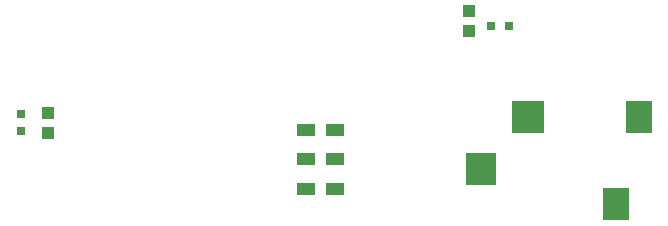
<source format=gbr>
G04 EAGLE Gerber RS-274X export*
G75*
%MOMM*%
%FSLAX34Y34*%
%LPD*%
%INSolderpaste Top*%
%IPPOS*%
%AMOC8*
5,1,8,0,0,1.08239X$1,22.5*%
G01*
%ADD10R,0.800000X0.800000*%
%ADD11R,1.100000X1.000000*%
%ADD12R,2.200000X2.800000*%
%ADD13R,2.600000X2.800000*%
%ADD14R,2.800000X2.800000*%
%ADD15R,1.600000X1.000000*%


D10*
X45244Y242450D03*
X45244Y227450D03*
D11*
X68263Y225656D03*
X68263Y242656D03*
D12*
X568975Y239875D03*
X548975Y165875D03*
D13*
X434975Y195375D03*
D14*
X474975Y239875D03*
D15*
X287256Y228994D03*
X287256Y203994D03*
X287256Y178994D03*
X311256Y228994D03*
X311256Y203994D03*
X311256Y178994D03*
D10*
X443350Y316706D03*
X458350Y316706D03*
D11*
X424656Y312175D03*
X424656Y329175D03*
M02*

</source>
